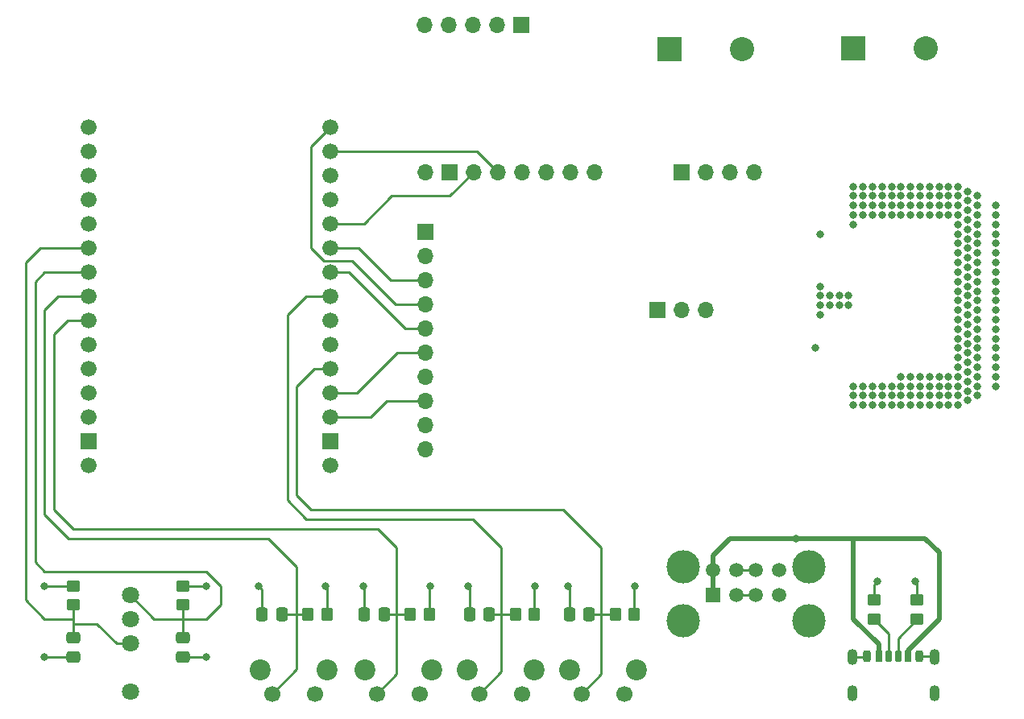
<source format=gtl>
G04 #@! TF.GenerationSoftware,KiCad,Pcbnew,8.0.5*
G04 #@! TF.CreationDate,2024-10-13T23:25:24-04:00*
G04 #@! TF.ProjectId,table-2,7461626c-652d-4322-9e6b-696361645f70,1.2*
G04 #@! TF.SameCoordinates,Original*
G04 #@! TF.FileFunction,Copper,L1,Top*
G04 #@! TF.FilePolarity,Positive*
%FSLAX46Y46*%
G04 Gerber Fmt 4.6, Leading zero omitted, Abs format (unit mm)*
G04 Created by KiCad (PCBNEW 8.0.5) date 2024-10-13 23:25:24*
%MOMM*%
%LPD*%
G01*
G04 APERTURE LIST*
G04 Aperture macros list*
%AMRoundRect*
0 Rectangle with rounded corners*
0 $1 Rounding radius*
0 $2 $3 $4 $5 $6 $7 $8 $9 X,Y pos of 4 corners*
0 Add a 4 corners polygon primitive as box body*
4,1,4,$2,$3,$4,$5,$6,$7,$8,$9,$2,$3,0*
0 Add four circle primitives for the rounded corners*
1,1,$1+$1,$2,$3*
1,1,$1+$1,$4,$5*
1,1,$1+$1,$6,$7*
1,1,$1+$1,$8,$9*
0 Add four rect primitives between the rounded corners*
20,1,$1+$1,$2,$3,$4,$5,0*
20,1,$1+$1,$4,$5,$6,$7,0*
20,1,$1+$1,$6,$7,$8,$9,0*
20,1,$1+$1,$8,$9,$2,$3,0*%
%AMOutline4P*
0 Free polygon, 4 corners , with rotation*
0 The origin of the aperture is its center*
0 number of corners: always 4*
0 $1 to $8 corner X, Y*
0 $9 Rotation angle, in degrees counterclockwise*
0 create outline with 4 corners*
4,1,4,$1,$2,$3,$4,$5,$6,$7,$8,$1,$2,$9*%
G04 Aperture macros list end*
G04 #@! TA.AperFunction,WasherPad*
%ADD10C,1.800000*%
G04 #@! TD*
G04 #@! TA.AperFunction,ComponentPad*
%ADD11C,1.800000*%
G04 #@! TD*
G04 #@! TA.AperFunction,ComponentPad*
%ADD12R,1.500000X1.500000*%
G04 #@! TD*
G04 #@! TA.AperFunction,ComponentPad*
%ADD13C,1.500000*%
G04 #@! TD*
G04 #@! TA.AperFunction,ComponentPad*
%ADD14C,3.500000*%
G04 #@! TD*
G04 #@! TA.AperFunction,SMDPad,CuDef*
%ADD15RoundRect,0.250000X-0.450000X0.350000X-0.450000X-0.350000X0.450000X-0.350000X0.450000X0.350000X0*%
G04 #@! TD*
G04 #@! TA.AperFunction,ComponentPad*
%ADD16C,2.200000*%
G04 #@! TD*
G04 #@! TA.AperFunction,ComponentPad*
%ADD17C,1.700000*%
G04 #@! TD*
G04 #@! TA.AperFunction,SMDPad,CuDef*
%ADD18RoundRect,0.175000X-0.175000X-0.425000X0.175000X-0.425000X0.175000X0.425000X-0.175000X0.425000X0*%
G04 #@! TD*
G04 #@! TA.AperFunction,SMDPad,CuDef*
%ADD19RoundRect,0.190000X0.190000X0.410000X-0.190000X0.410000X-0.190000X-0.410000X0.190000X-0.410000X0*%
G04 #@! TD*
G04 #@! TA.AperFunction,SMDPad,CuDef*
%ADD20RoundRect,0.200000X0.200000X0.400000X-0.200000X0.400000X-0.200000X-0.400000X0.200000X-0.400000X0*%
G04 #@! TD*
G04 #@! TA.AperFunction,SMDPad,CuDef*
%ADD21RoundRect,0.175000X0.175000X0.425000X-0.175000X0.425000X-0.175000X-0.425000X0.175000X-0.425000X0*%
G04 #@! TD*
G04 #@! TA.AperFunction,SMDPad,CuDef*
%ADD22RoundRect,0.190000X-0.190000X-0.410000X0.190000X-0.410000X0.190000X0.410000X-0.190000X0.410000X0*%
G04 #@! TD*
G04 #@! TA.AperFunction,SMDPad,CuDef*
%ADD23RoundRect,0.200000X-0.200000X-0.400000X0.200000X-0.400000X0.200000X0.400000X-0.200000X0.400000X0*%
G04 #@! TD*
G04 #@! TA.AperFunction,ComponentPad*
%ADD24O,1.100000X1.700000*%
G04 #@! TD*
G04 #@! TA.AperFunction,SMDPad,CuDef*
%ADD25RoundRect,0.250000X0.450000X-0.350000X0.450000X0.350000X-0.450000X0.350000X-0.450000X-0.350000X0*%
G04 #@! TD*
G04 #@! TA.AperFunction,SMDPad,CuDef*
%ADD26RoundRect,0.250000X0.350000X0.450000X-0.350000X0.450000X-0.350000X-0.450000X0.350000X-0.450000X0*%
G04 #@! TD*
G04 #@! TA.AperFunction,ComponentPad*
%ADD27C,1.676400*%
G04 #@! TD*
G04 #@! TA.AperFunction,ComponentPad*
%ADD28Outline4P,-0.838200X-0.838200X0.838200X-0.838200X0.838200X0.838200X-0.838200X0.838200X0.000000*%
G04 #@! TD*
G04 #@! TA.AperFunction,ComponentPad*
%ADD29R,1.676400X1.676400*%
G04 #@! TD*
G04 #@! TA.AperFunction,SMDPad,CuDef*
%ADD30RoundRect,0.250000X0.337500X0.475000X-0.337500X0.475000X-0.337500X-0.475000X0.337500X-0.475000X0*%
G04 #@! TD*
G04 #@! TA.AperFunction,SMDPad,CuDef*
%ADD31RoundRect,0.250000X-0.475000X0.337500X-0.475000X-0.337500X0.475000X-0.337500X0.475000X0.337500X0*%
G04 #@! TD*
G04 #@! TA.AperFunction,ComponentPad*
%ADD32R,1.700000X1.700000*%
G04 #@! TD*
G04 #@! TA.AperFunction,ComponentPad*
%ADD33O,1.700000X1.700000*%
G04 #@! TD*
G04 #@! TA.AperFunction,ComponentPad*
%ADD34R,2.540000X2.540000*%
G04 #@! TD*
G04 #@! TA.AperFunction,ComponentPad*
%ADD35C,2.540000*%
G04 #@! TD*
G04 #@! TA.AperFunction,ViaPad*
%ADD36C,0.800000*%
G04 #@! TD*
G04 #@! TA.AperFunction,Conductor*
%ADD37C,0.500000*%
G04 #@! TD*
G04 #@! TA.AperFunction,Conductor*
%ADD38C,0.250000*%
G04 #@! TD*
G04 APERTURE END LIST*
D10*
X93500000Y-117655000D03*
D11*
X93500000Y-112575000D03*
X93500000Y-110035000D03*
X93500000Y-107495000D03*
D12*
X154710000Y-107430000D03*
D13*
X157210000Y-107430000D03*
X159210000Y-107430000D03*
X161710000Y-107430000D03*
X154710000Y-104810000D03*
X157210000Y-104810000D03*
X159210000Y-104810000D03*
X161710000Y-104810000D03*
D14*
X151640000Y-110140000D03*
X164780000Y-110140000D03*
X151640000Y-104460000D03*
X164780000Y-104460000D03*
D15*
X87500000Y-106500000D03*
X87500000Y-108500000D03*
D16*
X146680000Y-115345000D03*
X139680000Y-115345000D03*
D17*
X145430000Y-117845000D03*
X140930000Y-117845000D03*
D18*
X173180000Y-113920000D03*
D19*
X175200000Y-113920000D03*
D20*
X176430000Y-113920000D03*
D21*
X174180000Y-113920000D03*
D22*
X172160000Y-113920000D03*
D23*
X170930000Y-113920000D03*
D24*
X169360000Y-114000000D03*
X169360000Y-117800000D03*
X178000000Y-114000000D03*
X178000000Y-117800000D03*
D25*
X171680000Y-110000000D03*
X171680000Y-108000000D03*
D16*
X125180000Y-115345000D03*
X118180000Y-115345000D03*
D17*
X123930000Y-117845000D03*
X119430000Y-117845000D03*
D26*
X114180000Y-109500000D03*
X112180000Y-109500000D03*
D16*
X114180000Y-115345000D03*
X107180000Y-115345000D03*
D17*
X112930000Y-117845000D03*
X108430000Y-117845000D03*
D27*
X89162000Y-58258975D03*
X89162000Y-60798975D03*
X89162000Y-63338975D03*
X89162000Y-65878975D03*
X89162000Y-68418975D03*
X89162000Y-70958975D03*
X89162000Y-73498975D03*
X89162000Y-76038975D03*
X89162000Y-78578975D03*
X89162000Y-81118975D03*
X89162000Y-83658975D03*
X89162000Y-86198975D03*
X89162000Y-88738975D03*
D28*
X89162000Y-91278975D03*
D27*
X89162000Y-93818975D03*
X114562000Y-58258975D03*
X114562000Y-60798975D03*
X114562000Y-63338975D03*
X114562000Y-65878975D03*
X114562000Y-68418975D03*
X114562000Y-70958975D03*
X114562000Y-73498975D03*
X114562000Y-76038975D03*
X114562000Y-78578975D03*
X114562000Y-81118975D03*
X114562000Y-83658975D03*
X114562000Y-86198975D03*
X114562000Y-88738975D03*
D29*
X114562000Y-91278975D03*
D27*
X114562000Y-93818975D03*
D30*
X109437500Y-109530000D03*
X107362500Y-109530000D03*
D31*
X99000000Y-111925000D03*
X99000000Y-114000000D03*
D30*
X120180000Y-109500000D03*
X118105000Y-109500000D03*
D26*
X146460000Y-109500000D03*
X144460000Y-109500000D03*
D25*
X176180000Y-110000000D03*
X176180000Y-108000000D03*
D16*
X135930000Y-115345000D03*
X128930000Y-115345000D03*
D17*
X134680000Y-117845000D03*
X130180000Y-117845000D03*
D32*
X124500000Y-69260000D03*
D33*
X124500000Y-71800000D03*
X124500000Y-74340000D03*
X124500000Y-76880000D03*
X124500000Y-79420000D03*
X124500000Y-81960000D03*
X124500000Y-84500000D03*
X124500000Y-87040000D03*
X124500000Y-89580000D03*
X124500000Y-92120000D03*
D26*
X135960000Y-109500000D03*
X133960000Y-109500000D03*
D31*
X87500000Y-111925000D03*
X87500000Y-114000000D03*
D30*
X131217500Y-109500000D03*
X129142500Y-109500000D03*
X141717500Y-109500000D03*
X139642500Y-109500000D03*
D26*
X124922500Y-109500000D03*
X122922500Y-109500000D03*
D15*
X99000000Y-106500000D03*
X99000000Y-108500000D03*
D33*
X124500000Y-63000000D03*
D32*
X127040000Y-63000000D03*
D33*
X129580000Y-63000000D03*
X132120000Y-63000000D03*
X134660000Y-63000000D03*
X137200000Y-63000000D03*
X139740000Y-63000000D03*
X142280000Y-63000000D03*
X124425000Y-47500000D03*
X126965000Y-47500000D03*
X129505000Y-47500000D03*
X132045000Y-47500000D03*
D32*
X134585000Y-47500000D03*
D33*
X153960000Y-77500000D03*
X151420000Y-77500000D03*
D32*
X148880000Y-77500000D03*
D34*
X150190000Y-50050000D03*
D35*
X157810000Y-50050000D03*
D34*
X169500000Y-50000000D03*
D35*
X177120000Y-50000000D03*
D32*
X151420000Y-63000000D03*
D33*
X153960000Y-63000000D03*
X156500000Y-63000000D03*
X159040000Y-63000000D03*
D36*
X184500000Y-85500000D03*
X184500000Y-84500000D03*
X184500000Y-83500000D03*
X184500000Y-82500000D03*
X184500000Y-81500000D03*
X184500000Y-80500000D03*
X184500000Y-79500000D03*
X184500000Y-78500000D03*
X184500000Y-77500000D03*
X184500000Y-76500000D03*
X184500000Y-75500000D03*
X184500000Y-74500000D03*
X184500000Y-73500000D03*
X184500000Y-72500000D03*
X184500000Y-71500000D03*
X184500000Y-70500000D03*
X184500000Y-69500000D03*
X184500000Y-68500000D03*
X184500000Y-67500000D03*
X184500000Y-66500000D03*
X182500000Y-86500000D03*
X181500000Y-87000000D03*
X180500000Y-87500000D03*
X181500000Y-86000000D03*
X180500000Y-86500000D03*
X180500000Y-85500000D03*
X179500000Y-85500000D03*
X179500000Y-86500000D03*
X179500000Y-87500000D03*
X178500000Y-87500000D03*
X178500000Y-86500000D03*
X178500000Y-85500000D03*
X177500000Y-85500000D03*
X177500000Y-86500000D03*
X177500000Y-87500000D03*
X176500000Y-87500000D03*
X176500000Y-86500000D03*
X176500000Y-85500000D03*
X175500000Y-85500000D03*
X175500000Y-86500000D03*
X175500000Y-87500000D03*
X174500000Y-87500000D03*
X174500000Y-86500000D03*
X173500000Y-86500000D03*
X173500000Y-87500000D03*
X172500000Y-87500000D03*
X172500000Y-86500000D03*
X171500000Y-86500000D03*
X171500000Y-87500000D03*
X170500000Y-87500000D03*
X169500000Y-87500000D03*
X170500000Y-86500000D03*
X169500000Y-86500000D03*
X169500000Y-85500000D03*
X170500000Y-85500000D03*
X171500000Y-85500000D03*
X172500000Y-85500000D03*
X173500000Y-85500000D03*
X174500000Y-85500000D03*
X174500000Y-84500000D03*
X175500000Y-84500000D03*
X176500000Y-84500000D03*
X177500000Y-84500000D03*
X178500000Y-84500000D03*
X179500000Y-84500000D03*
X182500000Y-85500000D03*
X180500000Y-84500000D03*
X181500000Y-85000000D03*
X182500000Y-84500000D03*
X181500000Y-84000000D03*
X180500000Y-83500000D03*
X169500000Y-64500000D03*
X170500000Y-64500000D03*
X171500000Y-64500000D03*
X172500000Y-64500000D03*
X173500000Y-64500000D03*
X174500000Y-64500000D03*
X175500000Y-64500000D03*
X176500000Y-64500000D03*
X177500000Y-64500000D03*
X178500000Y-64500000D03*
X179500000Y-64500000D03*
X180500000Y-64500000D03*
X181500000Y-65000000D03*
X182500000Y-65500000D03*
X182500000Y-66500000D03*
X181500000Y-66000000D03*
X180500000Y-65500000D03*
X179500000Y-65500000D03*
X178500000Y-65500000D03*
X177500000Y-65500000D03*
X176500000Y-65500000D03*
X175500000Y-65500000D03*
X174500000Y-65500000D03*
X173500000Y-65500000D03*
X172500000Y-65500000D03*
X171500000Y-65500000D03*
X170500000Y-65500000D03*
X169500000Y-65500000D03*
X169500000Y-66500000D03*
X170500000Y-66500000D03*
X171500000Y-66500000D03*
X172500000Y-66500000D03*
X173500000Y-66500000D03*
X174500000Y-66500000D03*
X175500000Y-66500000D03*
X176500000Y-66500000D03*
X177500000Y-66500000D03*
X178500000Y-66500000D03*
X179500000Y-66500000D03*
X180500000Y-66500000D03*
X181500000Y-67000000D03*
X169500000Y-68500000D03*
X169500000Y-67500000D03*
X170500000Y-67500000D03*
X171500000Y-67500000D03*
X172500000Y-67500000D03*
X173500000Y-67500000D03*
X174500000Y-67500000D03*
X175500000Y-67500000D03*
X176500000Y-67500000D03*
X177500000Y-67500000D03*
X178500000Y-67500000D03*
X179500000Y-67500000D03*
X180500000Y-67500000D03*
X166000000Y-75000000D03*
X166000000Y-78000000D03*
X166000000Y-77000000D03*
X166000000Y-76000000D03*
X167000000Y-77000000D03*
X167000000Y-76000000D03*
X168000000Y-77000000D03*
X168000000Y-76000000D03*
X169000000Y-77000000D03*
X169000000Y-76000000D03*
X182500000Y-83500000D03*
X182500000Y-82500000D03*
X182500000Y-81500000D03*
X182500000Y-80500000D03*
X182500000Y-79500000D03*
X182500000Y-78500000D03*
X182500000Y-77500000D03*
X182500000Y-76500000D03*
X182500000Y-75500000D03*
X182500000Y-74500000D03*
X182500000Y-73500000D03*
X182500000Y-72500000D03*
X182500000Y-71500000D03*
X182500000Y-70500000D03*
X182500000Y-69500000D03*
X182500000Y-67500000D03*
X182500000Y-68500000D03*
X181500000Y-83000000D03*
X181500000Y-82000000D03*
X181500000Y-81000000D03*
X181500000Y-80000000D03*
X181500000Y-79000000D03*
X181500000Y-78000000D03*
X181500000Y-77000000D03*
X181500000Y-76000000D03*
X181500000Y-75000000D03*
X181500000Y-74000000D03*
X181500000Y-73000000D03*
X181500000Y-72000000D03*
X181500000Y-71000000D03*
X181500000Y-70000000D03*
X181500000Y-69000000D03*
X181500000Y-68000000D03*
X180500000Y-68500000D03*
X180500000Y-69500000D03*
X180500000Y-70500000D03*
X180500000Y-71500000D03*
X180500000Y-72500000D03*
X180500000Y-73500000D03*
X180500000Y-74500000D03*
X180500000Y-75500000D03*
X180500000Y-76500000D03*
X180500000Y-77500000D03*
X180500000Y-78500000D03*
X180500000Y-79500000D03*
X180500000Y-80500000D03*
X180500000Y-81500000D03*
X180500000Y-82500000D03*
X84500000Y-114000000D03*
X172000000Y-106000000D03*
X107000000Y-106500000D03*
X176000000Y-106000000D03*
X139500000Y-106500000D03*
X166000000Y-69500000D03*
X118000000Y-106500000D03*
X101500000Y-114000000D03*
X165500000Y-81500000D03*
X129000000Y-106500000D03*
X163500000Y-101500000D03*
X125000000Y-106500000D03*
X136000000Y-106500000D03*
X101500000Y-106500000D03*
X114000000Y-106500000D03*
X84500000Y-106500000D03*
X146500000Y-106500000D03*
D37*
X178500000Y-103000000D02*
X178500000Y-110020000D01*
X178500000Y-110020000D02*
X175200000Y-113320000D01*
X175200000Y-113320000D02*
X175200000Y-113920000D01*
D38*
X84500000Y-99000000D02*
X87000000Y-101500000D01*
X109437500Y-109530000D02*
X111000000Y-109530000D01*
X111000000Y-104500000D02*
X111000000Y-109530000D01*
X111000000Y-109530000D02*
X112150000Y-109530000D01*
X84500000Y-77462538D02*
X84500000Y-99000000D01*
X85923563Y-76038975D02*
X89162000Y-76038975D01*
X87000000Y-101500000D02*
X108000000Y-101500000D01*
X84500000Y-77462538D02*
X85923563Y-76038975D01*
X111000000Y-115275000D02*
X111000000Y-109530000D01*
X112150000Y-109530000D02*
X112180000Y-109500000D01*
X108430000Y-117845000D02*
X111000000Y-115275000D01*
X108000000Y-101500000D02*
X111000000Y-104500000D01*
X107362500Y-109530000D02*
X107362500Y-106862500D01*
X118105000Y-109500000D02*
X118105000Y-106605000D01*
X169360000Y-114000000D02*
X170850000Y-114000000D01*
X139642500Y-109500000D02*
X139642500Y-106642500D01*
X118105000Y-106605000D02*
X118000000Y-106500000D01*
X176430000Y-113920000D02*
X177920000Y-113920000D01*
X129142500Y-106642500D02*
X129000000Y-106500000D01*
X170850000Y-114000000D02*
X170930000Y-113920000D01*
X99000000Y-114000000D02*
X101500000Y-114000000D01*
X129142500Y-109500000D02*
X129142500Y-106642500D01*
X87500000Y-114000000D02*
X84500000Y-114000000D01*
X107362500Y-106862500D02*
X107000000Y-106500000D01*
X176180000Y-108000000D02*
X176180000Y-106180000D01*
X171680000Y-108000000D02*
X171680000Y-106320000D01*
X139642500Y-106642500D02*
X139500000Y-106500000D01*
X171680000Y-106320000D02*
X172000000Y-106000000D01*
X176180000Y-106180000D02*
X176000000Y-106000000D01*
X177920000Y-113920000D02*
X178000000Y-114000000D01*
X121500000Y-109500000D02*
X122922500Y-109500000D01*
X119500000Y-100500000D02*
X87500000Y-100500000D01*
X120180000Y-109500000D02*
X121500000Y-109500000D01*
X85500000Y-98500000D02*
X85500000Y-80000000D01*
X86921025Y-78578975D02*
X89162000Y-78578975D01*
X85500000Y-80000000D02*
X86921025Y-78578975D01*
X121500000Y-115775000D02*
X121500000Y-109500000D01*
X119430000Y-117845000D02*
X121500000Y-115775000D01*
X87500000Y-100500000D02*
X85500000Y-98500000D01*
X121500000Y-102500000D02*
X119500000Y-100500000D01*
X121500000Y-109500000D02*
X121500000Y-102500000D01*
X132500000Y-109500000D02*
X132500000Y-102500000D01*
X110000000Y-97500000D02*
X110000000Y-78000000D01*
X130180000Y-117845000D02*
X132500000Y-115525000D01*
X110000000Y-78000000D02*
X111961025Y-76038975D01*
X132500000Y-102500000D02*
X129500000Y-99500000D01*
X112000000Y-99500000D02*
X110000000Y-97500000D01*
X132500000Y-115525000D02*
X132500000Y-109500000D01*
X132500000Y-109500000D02*
X133960000Y-109500000D01*
X111961025Y-76038975D02*
X114562000Y-76038975D01*
X131217500Y-109500000D02*
X132500000Y-109500000D01*
X129500000Y-99500000D02*
X112000000Y-99500000D01*
X141717500Y-109500000D02*
X143000000Y-109500000D01*
X139000000Y-98500000D02*
X112500000Y-98500000D01*
X143000000Y-102500000D02*
X139000000Y-98500000D01*
X112500000Y-98500000D02*
X111000000Y-97000000D01*
X111000000Y-97000000D02*
X111000000Y-85500000D01*
X111000000Y-85500000D02*
X112841025Y-83658975D01*
X143000000Y-109500000D02*
X144460000Y-109500000D01*
X140930000Y-117845000D02*
X143000000Y-115775000D01*
X143000000Y-115775000D02*
X143000000Y-109500000D01*
X112841025Y-83658975D02*
X114562000Y-83658975D01*
X143000000Y-109500000D02*
X143000000Y-102500000D01*
X87500000Y-110000000D02*
X87500000Y-108500000D01*
X92075000Y-112575000D02*
X90000000Y-110500000D01*
X87500000Y-110000000D02*
X84500000Y-110000000D01*
X90000000Y-110500000D02*
X87500000Y-110500000D01*
X82500000Y-108000000D02*
X82500000Y-72500000D01*
X84041025Y-70958975D02*
X89162000Y-70958975D01*
X87500000Y-110500000D02*
X87500000Y-110000000D01*
X93500000Y-112575000D02*
X92075000Y-112575000D01*
X84500000Y-110000000D02*
X82500000Y-108000000D01*
X87500000Y-111925000D02*
X87500000Y-110500000D01*
X82500000Y-72500000D02*
X84041025Y-70958975D01*
X101500000Y-110000000D02*
X103000000Y-108500000D01*
X99000000Y-110000000D02*
X101500000Y-110000000D01*
X103000000Y-108500000D02*
X103000000Y-106500000D01*
X93500000Y-107495000D02*
X96005000Y-110000000D01*
X84501025Y-73498975D02*
X89162000Y-73498975D01*
X103000000Y-106500000D02*
X101500000Y-105000000D01*
X99000000Y-110000000D02*
X99000000Y-111925000D01*
X83500000Y-104000000D02*
X83500000Y-74500000D01*
X84500000Y-105000000D02*
X83500000Y-104000000D01*
X83500000Y-74500000D02*
X84501025Y-73498975D01*
X99000000Y-108500000D02*
X99000000Y-110000000D01*
X96005000Y-110000000D02*
X99000000Y-110000000D01*
X101500000Y-105000000D02*
X84500000Y-105000000D01*
D37*
X169500000Y-101500000D02*
X177000000Y-101500000D01*
X177000000Y-101500000D02*
X178500000Y-103000000D01*
X156500000Y-101500000D02*
X154710000Y-103290000D01*
X169500000Y-110000000D02*
X169500000Y-101500000D01*
X169500000Y-101500000D02*
X163500000Y-101500000D01*
X172160000Y-112660000D02*
X169500000Y-110000000D01*
X163500000Y-101500000D02*
X156500000Y-101500000D01*
X154710000Y-107430000D02*
X154710000Y-104810000D01*
X172160000Y-113920000D02*
X172160000Y-112660000D01*
X154710000Y-103290000D02*
X154710000Y-104810000D01*
D38*
X116500000Y-73500000D02*
X122420000Y-79420000D01*
X116000000Y-73500000D02*
X116500000Y-73500000D01*
X114562000Y-73498975D02*
X115998975Y-73498975D01*
X122420000Y-79420000D02*
X124500000Y-79420000D01*
X115998975Y-73498975D02*
X116000000Y-73500000D01*
X121540000Y-81960000D02*
X124500000Y-81960000D01*
X114562000Y-86198975D02*
X117301025Y-86198975D01*
X117301025Y-86198975D02*
X121540000Y-81960000D01*
X114562000Y-70958975D02*
X117458975Y-70958975D01*
X120840000Y-74340000D02*
X124500000Y-74340000D01*
X117458975Y-70958975D02*
X120840000Y-74340000D01*
X112500000Y-60320975D02*
X112500000Y-71000000D01*
X121380000Y-76880000D02*
X124500000Y-76880000D01*
X112500000Y-71000000D02*
X113835775Y-72335775D01*
X116835775Y-72335775D02*
X121380000Y-76880000D01*
X113835775Y-72335775D02*
X116835775Y-72335775D01*
X114562000Y-58258975D02*
X112500000Y-60320975D01*
X114180000Y-106680000D02*
X114000000Y-106500000D01*
X146460000Y-109500000D02*
X146460000Y-106540000D01*
X87500000Y-106500000D02*
X84500000Y-106500000D01*
X124922500Y-109500000D02*
X124922500Y-106577500D01*
X114180000Y-109500000D02*
X114180000Y-106680000D01*
X135960000Y-109500000D02*
X135960000Y-106540000D01*
X135960000Y-106540000D02*
X136000000Y-106500000D01*
X146460000Y-106540000D02*
X146500000Y-106500000D01*
X124922500Y-106577500D02*
X125000000Y-106500000D01*
X99000000Y-106500000D02*
X101500000Y-106500000D01*
X114562000Y-88738975D02*
X118761025Y-88738975D01*
X120460000Y-87040000D02*
X124500000Y-87040000D01*
X118761025Y-88738975D02*
X120460000Y-87040000D01*
X159210000Y-107430000D02*
X157210000Y-107430000D01*
X157210000Y-104810000D02*
X159210000Y-104810000D01*
X129918975Y-60798975D02*
X132120000Y-63000000D01*
X114562000Y-60798975D02*
X129918975Y-60798975D01*
X127080000Y-65500000D02*
X129580000Y-63000000D01*
X118081025Y-68418975D02*
X121000000Y-65500000D01*
X114562000Y-68418975D02*
X118081025Y-68418975D01*
X121000000Y-65500000D02*
X127080000Y-65500000D01*
X173180000Y-111500000D02*
X173180000Y-113920000D01*
X171680000Y-110000000D02*
X173180000Y-111500000D01*
X174180000Y-112000000D02*
X174180000Y-113920000D01*
X176180000Y-110000000D02*
X174180000Y-112000000D01*
M02*

</source>
